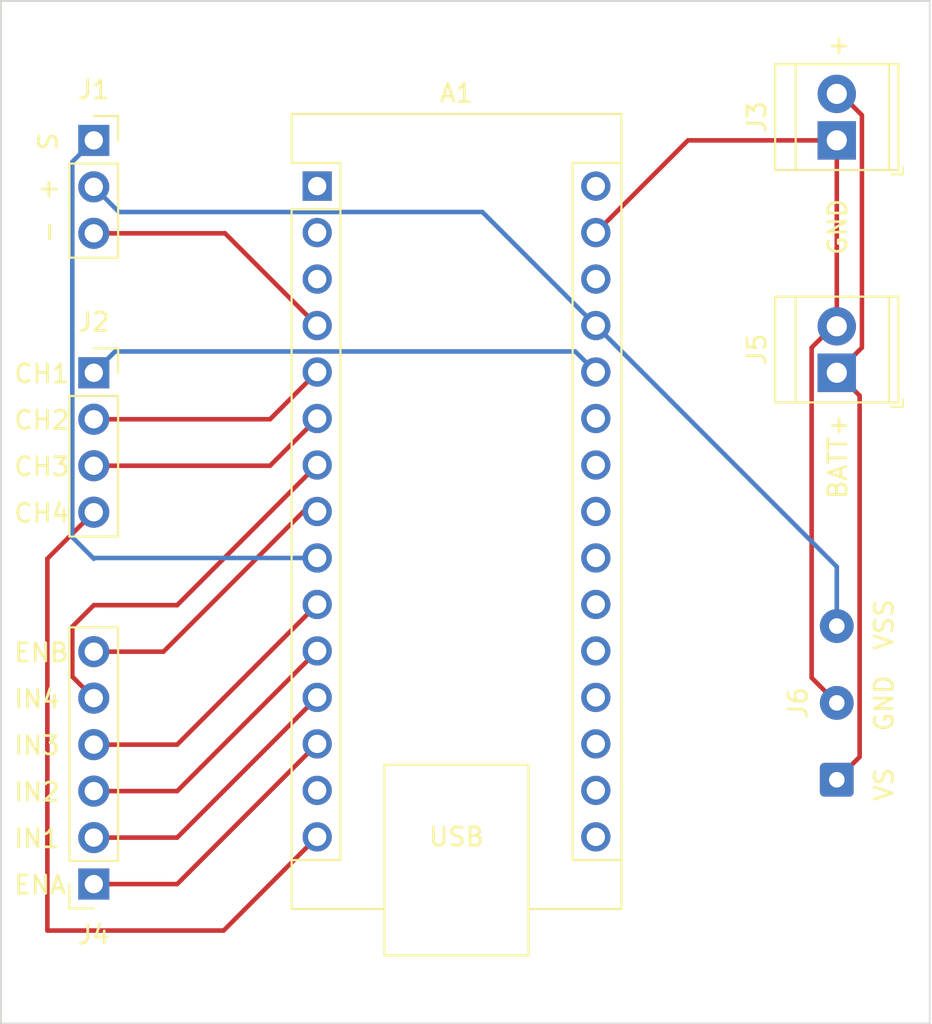
<source format=kicad_pcb>
(kicad_pcb (version 20221018) (generator pcbnew)
  (layers (0 "F.Cu" signal) (31 "B.Cu" signal) (34 "B.Paste" user) (35 "F.Paste" user) (36 "B.SilkS" user "B.Silkscreen") (37 "F.SilkS" user "F.Silkscreen") (38 "B.Mask" user) (39 "F.Mask" user) (44 "Edge.Cuts" user))
  (net 0 "")
  (net 4 "GND")
  (net 5 "Net-(A1-D2)")
  (net 6 "Net-(A1-D3)")
  (net 7 "Net-(A1-D4)")
  (net 8 "Net-(A1-D5)")
  (net 9 "/D6")
  (net 10 "Net-(A1-D7)")
  (net 11 "Net-(A1-D8)")
  (net 12 "Net-(A1-D9)")
  (net 13 "Net-(A1-D10)")
  (net 15 "Net-(A1-MISO)")
  (net 26 "Net-(A1-A7)")
  (net 27 "/5V")
  (net 30 "/BATT+")
  (footprint "Connector_PinSocket_2.54mm:PinSocket_1x03_P2.54mm_Vertical" (layer "F.Cu") (at 114.3 76.2)
    (fp_text reference "J1" (at 0 -2.77) (layer "F.SilkS"))
    (fp_text value "ESC PWM")
    (fp_line (start -1.33 1.27) (end -1.33 6.41) (stroke (width 0.12)) (layer "F.SilkS"))
    (fp_line (start -1.33 1.27) (end 1.33 1.27) (stroke (width 0.12)) (layer "F.SilkS"))
    (fp_line (start -1.33 6.41) (end 1.33 6.41) (stroke (width 0.12)) (layer "F.SilkS"))
    (fp_line (start 0 -1.33) (end 1.33 -1.33) (stroke (width 0.12)) (layer "F.SilkS"))
    (fp_line (start 1.33 -1.33) (end 1.33 0) (stroke (width 0.12)) (layer "F.SilkS"))
    (fp_line (start 1.33 1.27) (end 1.33 6.41) (stroke (width 0.12)) (layer "F.SilkS"))
    (pad "1" thru_hole rect (at 0 0) (size 1.7 1.7) (drill 1) (layers "*.Cu" "*.Mask") (net 9 "/D6"))
    (pad "2" thru_hole oval (at 0 2.54) (size 1.7 1.7) (drill 1) (layers "*.Cu" "*.Mask") (net 27 "/5V"))
    (pad "3" thru_hole oval (at 0 5.08) (size 1.7 1.7) (drill 1) (layers "*.Cu" "*.Mask") (net 4 "GND"))
  )
  (footprint "TerminalBlock_TE-Connectivity:TerminalBlock_TE_282834-2_1x02_P2.54mm_Horizontal" (layer "F.Cu") (at 154.94 76.2 90)
    (fp_text reference "J3" (at 1.27 -4.37 90) (layer "F.SilkS"))
    (fp_text value "ESC INPUT")
    (fp_line (start -1.86 2.97) (end -1.86 3.61) (stroke (width 0.12)) (layer "F.SilkS"))
    (fp_line (start -1.86 3.61) (end -1.46 3.61) (stroke (width 0.12)) (layer "F.SilkS"))
    (fp_line (start -1.62 -3.37) (end -1.62 3.37) (stroke (width 0.12)) (layer "F.SilkS"))
    (fp_line (start -1.62 -3.37) (end 4.16 -3.37) (stroke (width 0.12)) (layer "F.SilkS"))
    (fp_line (start -1.62 -2.25) (end 4.16 -2.25) (stroke (width 0.12)) (layer "F.SilkS"))
    (fp_line (start -1.62 2.85) (end 4.16 2.85) (stroke (width 0.12)) (layer "F.SilkS"))
    (fp_line (start -1.62 3.37) (end 4.16 3.37) (stroke (width 0.12)) (layer "F.SilkS"))
    (fp_line (start 4.16 -3.37) (end 4.16 3.37) (stroke (width 0.12)) (layer "F.SilkS"))
    (pad "1" thru_hole rect (at 0 0 90) (size 2.1 2.1) (drill 1.1) (layers "*.Cu" "*.Mask") (net 4 "GND"))
    (pad "2" thru_hole circle (at 2.54 0 90) (size 2.1 2.1) (drill 1.1) (layers "*.Cu" "*.Mask") (net 30 "/BATT+"))
  )
  (footprint "TerminalBlock_TE-Connectivity:TerminalBlock_TE_282834-2_1x02_P2.54mm_Horizontal" (layer "F.Cu") (at 154.94 88.9 90)
    (fp_text reference "J5" (at 1.27 -4.37 90) (layer "F.SilkS"))
    (fp_text value "LIPO Connection")
    (fp_line (start -1.86 2.97) (end -1.86 3.61) (stroke (width 0.12)) (layer "F.SilkS"))
    (fp_line (start -1.86 3.61) (end -1.46 3.61) (stroke (width 0.12)) (layer "F.SilkS"))
    (fp_line (start -1.62 -3.37) (end -1.62 3.37) (stroke (width 0.12)) (layer "F.SilkS"))
    (fp_line (start -1.62 -3.37) (end 4.16 -3.37) (stroke (width 0.12)) (layer "F.SilkS"))
    (fp_line (start -1.62 -2.25) (end 4.16 -2.25) (stroke (width 0.12)) (layer "F.SilkS"))
    (fp_line (start -1.62 2.85) (end 4.16 2.85) (stroke (width 0.12)) (layer "F.SilkS"))
    (fp_line (start -1.62 3.37) (end 4.16 3.37) (stroke (width 0.12)) (layer "F.SilkS"))
    (fp_line (start 4.16 -3.37) (end 4.16 3.37) (stroke (width 0.12)) (layer "F.SilkS"))
    (pad "1" thru_hole rect (at 0 0 90) (size 2.1 2.1) (drill 1.1) (layers "*.Cu" "*.Mask") (net 30 "/BATT+"))
    (pad "2" thru_hole circle (at 2.54 0 90) (size 2.1 2.1) (drill 1.1) (layers "*.Cu" "*.Mask") (net 4 "GND"))
  )
  (footprint "Connector_PinSocket_2.54mm:PinSocket_1x04_P2.54mm_Vertical" (layer "F.Cu") (at 114.3 88.9)
    (fp_text reference "J2" (at 0 -2.77) (layer "F.SilkS"))
    (fp_text value "RECEIVER")
    (fp_line (start -1.33 1.27) (end -1.33 8.95) (stroke (width 0.12)) (layer "F.SilkS"))
    (fp_line (start -1.33 1.27) (end 1.33 1.27) (stroke (width 0.12)) (layer "F.SilkS"))
    (fp_line (start -1.33 8.95) (end 1.33 8.95) (stroke (width 0.12)) (layer "F.SilkS"))
    (fp_line (start 0 -1.33) (end 1.33 -1.33) (stroke (width 0.12)) (layer "F.SilkS"))
    (fp_line (start 1.33 -1.33) (end 1.33 0) (stroke (width 0.12)) (layer "F.SilkS"))
    (fp_line (start 1.33 1.27) (end 1.33 8.95) (stroke (width 0.12)) (layer "F.SilkS"))
    (pad "1" thru_hole rect (at 0 0) (size 1.7 1.7) (drill 1) (layers "*.Cu" "*.Mask") (net 26 "Net-(A1-A7)"))
    (pad "2" thru_hole oval (at 0 2.54) (size 1.7 1.7) (drill 1) (layers "*.Cu" "*.Mask") (net 5 "Net-(A1-D2)"))
    (pad "3" thru_hole oval (at 0 5.08) (size 1.7 1.7) (drill 1) (layers "*.Cu" "*.Mask") (net 6 "Net-(A1-D3)"))
    (pad "4" thru_hole oval (at 0 7.62) (size 1.7 1.7) (drill 1) (layers "*.Cu" "*.Mask") (net 15 "Net-(A1-MISO)"))
  )
  (footprint "Module:Arduino_Nano" (layer "F.Cu") (at 126.52 78.7)
    (fp_text reference "A1" (at 7.62 -5.08) (layer "F.SilkS"))
    (fp_text value "Arduino_Nano_Every")
    (fp_text user "USB" (at 7.62 35.56 unlocked) (layer "F.SilkS"))
    (fp_line (start -1.4 -3.94) (end -1.4 -1.27) (stroke (width 0.12)) (layer "F.SilkS"))
    (fp_line (start -1.4 1.27) (end -1.4 39.5) (stroke (width 0.12)) (layer "F.SilkS"))
    (fp_line (start -1.4 39.5) (end 3.68 39.5) (stroke (width 0.12)) (layer "F.SilkS"))
    (fp_line (start 1.27 -1.27) (end -1.4 -1.27) (stroke (width 0.12)) (layer "F.SilkS"))
    (fp_line (start 1.27 1.27) (end -1.4 1.27) (stroke (width 0.12)) (layer "F.SilkS"))
    (fp_line (start 1.27 1.27) (end 1.27 -1.27) (stroke (width 0.12)) (layer "F.SilkS"))
    (fp_line (start 1.27 1.27) (end 1.27 36.83) (stroke (width 0.12)) (layer "F.SilkS"))
    (fp_line (start 1.27 36.83) (end -1.4 36.83) (stroke (width 0.12)) (layer "F.SilkS"))
    (fp_line (start 3.68 31.62) (end 11.56 31.62) (stroke (width 0.12)) (layer "F.SilkS"))
    (fp_line (start 3.68 42.04) (end 3.68 31.62) (stroke (width 0.12)) (layer "F.SilkS"))
    (fp_line (start 11.56 31.62) (end 11.56 42.04) (stroke (width 0.12)) (layer "F.SilkS"))
    (fp_line (start 11.56 42.04) (end 3.68 42.04) (stroke (width 0.12)) (layer "F.SilkS"))
    (fp_line (start 13.97 -1.27) (end 13.97 36.83) (stroke (width 0.12)) (layer "F.SilkS"))
    (fp_line (start 13.97 -1.27) (end 16.64 -1.27) (stroke (width 0.12)) (layer "F.SilkS"))
    (fp_line (start 13.97 36.83) (end 16.64 36.83) (stroke (width 0.12)) (layer "F.SilkS"))
    (fp_line (start 16.64 -3.94) (end -1.4 -3.94) (stroke (width 0.12)) (layer "F.SilkS"))
    (fp_line (start 16.64 39.5) (end 11.56 39.5) (stroke (width 0.12)) (layer "F.SilkS"))
    (fp_line (start 16.64 39.5) (end 16.64 -3.94) (stroke (width 0.12)) (layer "F.SilkS"))
    (pad "1" thru_hole rect (at 0 0) (size 1.6 1.6) (drill 1) (layers "*.Cu" "*.Mask"))
    (pad "2" thru_hole oval (at 0 2.54) (size 1.6 1.6) (drill 1) (layers "*.Cu" "*.Mask"))
    (pad "3" thru_hole oval (at 0 5.08) (size 1.6 1.6) (drill 1) (layers "*.Cu" "*.Mask"))
    (pad "4" thru_hole oval (at 0 7.62) (size 1.6 1.6) (drill 1) (layers "*.Cu" "*.Mask") (net 4 "GND"))
    (pad "5" thru_hole oval (at 0 10.16) (size 1.6 1.6) (drill 1) (layers "*.Cu" "*.Mask") (net 5 "Net-(A1-D2)"))
    (pad "6" thru_hole oval (at 0 12.7) (size 1.6 1.6) (drill 1) (layers "*.Cu" "*.Mask") (net 6 "Net-(A1-D3)"))
    (pad "7" thru_hole oval (at 0 15.24) (size 1.6 1.6) (drill 1) (layers "*.Cu" "*.Mask") (net 7 "Net-(A1-D4)"))
    (pad "8" thru_hole oval (at 0 17.78) (size 1.6 1.6) (drill 1) (layers "*.Cu" "*.Mask") (net 8 "Net-(A1-D5)"))
    (pad "9" thru_hole oval (at 0 20.32) (size 1.6 1.6) (drill 1) (layers "*.Cu" "*.Mask") (net 9 "/D6"))
    (pad "10" thru_hole oval (at 0 22.86) (size 1.6 1.6) (drill 1) (layers "*.Cu" "*.Mask") (net 10 "Net-(A1-D7)"))
    (pad "11" thru_hole oval (at 0 25.4) (size 1.6 1.6) (drill 1) (layers "*.Cu" "*.Mask") (net 11 "Net-(A1-D8)"))
    (pad "12" thru_hole oval (at 0 27.94) (size 1.6 1.6) (drill 1) (layers "*.Cu" "*.Mask") (net 12 "Net-(A1-D9)"))
    (pad "13" thru_hole oval (at 0 30.48) (size 1.6 1.6) (drill 1) (layers "*.Cu" "*.Mask") (net 13 "Net-(A1-D10)"))
    (pad "14" thru_hole oval (at 0 33.02) (size 1.6 1.6) (drill 1) (layers "*.Cu" "*.Mask"))
    (pad "15" thru_hole oval (at 0 35.56) (size 1.6 1.6) (drill 1) (layers "*.Cu" "*.Mask") (net 15 "Net-(A1-MISO)"))
    (pad "16" thru_hole oval (at 15.24 35.56) (size 1.6 1.6) (drill 1) (layers "*.Cu" "*.Mask"))
    (pad "17" thru_hole oval (at 15.24 33.02) (size 1.6 1.6) (drill 1) (layers "*.Cu" "*.Mask"))
    (pad "18" thru_hole oval (at 15.24 30.48) (size 1.6 1.6) (drill 1) (layers "*.Cu" "*.Mask"))
    (pad "19" thru_hole oval (at 15.24 27.94) (size 1.6 1.6) (drill 1) (layers "*.Cu" "*.Mask"))
    (pad "20" thru_hole oval (at 15.24 25.4) (size 1.6 1.6) (drill 1) (layers "*.Cu" "*.Mask"))
    (pad "21" thru_hole oval (at 15.24 22.86) (size 1.6 1.6) (drill 1) (layers "*.Cu" "*.Mask"))
    (pad "22" thru_hole oval (at 15.24 20.32) (size 1.6 1.6) (drill 1) (layers "*.Cu" "*.Mask"))
    (pad "23" thru_hole oval (at 15.24 17.78) (size 1.6 1.6) (drill 1) (layers "*.Cu" "*.Mask"))
    (pad "24" thru_hole oval (at 15.24 15.24) (size 1.6 1.6) (drill 1) (layers "*.Cu" "*.Mask"))
    (pad "25" thru_hole oval (at 15.24 12.7) (size 1.6 1.6) (drill 1) (layers "*.Cu" "*.Mask"))
    (pad "26" thru_hole oval (at 15.24 10.16) (size 1.6 1.6) (drill 1) (layers "*.Cu" "*.Mask") (net 26 "Net-(A1-A7)"))
    (pad "27" thru_hole oval (at 15.24 7.62) (size 1.6 1.6) (drill 1) (layers "*.Cu" "*.Mask") (net 27 "/5V"))
    (pad "28" thru_hole oval (at 15.24 5.08) (size 1.6 1.6) (drill 1) (layers "*.Cu" "*.Mask"))
    (pad "29" thru_hole oval (at 15.24 2.54) (size 1.6 1.6) (drill 1) (layers "*.Cu" "*.Mask") (net 4 "GND"))
    (pad "30" thru_hole oval (at 15.24 0) (size 1.6 1.6) (drill 1) (layers "*.Cu" "*.Mask"))
  )
  (footprint "Connector_Wire:SolderWire-0.25sqmm_1x03_P4.2mm_D0.65mm_OD1.7mm" (layer "F.Cu") (at 154.94 111.14 90)
    (fp_text reference "J6" (at 4.2 -2.12 90) (layer "F.SilkS"))
    (fp_text value "L298N Power")
    (pad "1" thru_hole roundrect (at 0 0 90) (size 1.85 1.85) (drill 0.85) (layers "*.Cu" "*.Mask") (roundrect_rratio 0.1351351351) (net 30 "/BATT+"))
    (pad "2" thru_hole circle (at 4.2 0 90) (size 1.85 1.85) (drill 0.85) (layers "*.Cu" "*.Mask") (net 4 "GND"))
    (pad "3" thru_hole circle (at 8.4 0 90) (size 1.85 1.85) (drill 0.85) (layers "*.Cu" "*.Mask") (net 27 "/5V"))
  )
  (footprint "Connector_PinSocket_2.54mm:PinSocket_1x06_P2.54mm_Vertical" (layer "F.Cu") (at 114.3 116.84 180)
    (fp_text reference "J4" (at 0 -2.77 180) (layer "F.SilkS"))
    (fp_text value "L298N")
    (fp_line (start -1.33 1.27) (end -1.33 14.03) (stroke (width 0.12)) (layer "F.SilkS"))
    (fp_line (start -1.33 1.27) (end 1.33 1.27) (stroke (width 0.12)) (layer "F.SilkS"))
    (fp_line (start -1.33 14.03) (end 1.33 14.03) (stroke (width 0.12)) (layer "F.SilkS"))
    (fp_line (start 0 -1.33) (end 1.33 -1.33) (stroke (width 0.12)) (layer "F.SilkS"))
    (fp_line (start 1.33 -1.33) (end 1.33 0) (stroke (width 0.12)) (layer "F.SilkS"))
    (fp_line (start 1.33 1.27) (end 1.33 14.03) (stroke (width 0.12)) (layer "F.SilkS"))
    (pad "1" thru_hole rect (at 0 0 180) (size 1.7 1.7) (drill 1) (layers "*.Cu" "*.Mask") (net 13 "Net-(A1-D10)"))
    (pad "2" thru_hole oval (at 0 2.54 180) (size 1.7 1.7) (drill 1) (layers "*.Cu" "*.Mask") (net 12 "Net-(A1-D9)"))
    (pad "3" thru_hole oval (at 0 5.08 180) (size 1.7 1.7) (drill 1) (layers "*.Cu" "*.Mask") (net 11 "Net-(A1-D8)"))
    (pad "4" thru_hole oval (at 0 7.62 180) (size 1.7 1.7) (drill 1) (layers "*.Cu" "*.Mask") (net 10 "Net-(A1-D7)"))
    (pad "5" thru_hole oval (at 0 10.16 180) (size 1.7 1.7) (drill 1) (layers "*.Cu" "*.Mask") (net 7 "Net-(A1-D4)"))
    (pad "6" thru_hole oval (at 0 12.7 180) (size 1.7 1.7) (drill 1) (layers "*.Cu" "*.Mask") (net 8 "Net-(A1-D5)"))
  )
  (gr_rect (start 109.22 68.58) (end 160.02 124.46) (stroke (width 0.1)) (fill none) (layer "Edge.Cuts"))
  (gr_text "ENB" (at 109.855 104.775) (layer "F.SilkS") (effects (font (size 1 1)) (justify left bottom)))
  (gr_text "CH3" (at 109.855 94.615) (layer "F.SilkS") (effects (font (size 1 1)) (justify left bottom)))
  (gr_text "S" (at 112.395 76.835 90) (layer "F.SilkS") (effects (font (size 1 1)) (justify left bottom)))
  (gr_text "IN1" (at 109.855 114.935) (layer "F.SilkS") (effects (font (size 1 1)) (justify left bottom)))
  (gr_text "VSS" (at 158.115 104.14 90) (layer "F.SilkS") (effects (font (size 1 1)) (justify left bottom)))
  (gr_text "BATT+" (at 155.575 95.885 90) (layer "F.SilkS") (effects (font (size 1 1)) (justify left bottom)))
  (gr_text "CH4" (at 109.855 97.155) (layer "F.SilkS") (effects (font (size 1 1)) (justify left bottom)))
  (gr_text "+" (at 155.575 71.755 90) (layer "F.SilkS") (effects (font (size 1 1)) (justify left bottom)))
  (gr_text "ENA" (at 109.855 117.475) (layer "F.SilkS") (effects (font (size 1 1)) (justify left bottom)))
  (gr_text "GND" (at 158.115 108.585 90) (layer "F.SilkS") (effects (font (size 1 1)) (justify left bottom)))
  (gr_text "IN2" (at 109.855 112.395) (layer "F.SilkS") (effects (font (size 1 1)) (justify left bottom)))
  (gr_text "CH1" (at 109.855 89.535) (layer "F.SilkS") (effects (font (size 1 1)) (justify left bottom)))
  (gr_text "-" (at 112.395 81.915 90) (layer "F.SilkS") (effects (font (size 1 1)) (justify left bottom)))
  (gr_text "CH2" (at 109.855 92.075) (layer "F.SilkS") (effects (font (size 1 1)) (justify left bottom)))
  (gr_text "IN4" (at 109.855 107.315) (layer "F.SilkS") (effects (font (size 1 1)) (justify left bottom)))
  (gr_text "GND" (at 155.575 82.55 90) (layer "F.SilkS") (effects (font (size 1 1)) (justify left bottom)))
  (gr_text "+" (at 111.125 79.375) (layer "F.SilkS") (effects (font (size 1 1)) (justify left bottom)))
  (gr_text "IN3" (at 109.855 109.855) (layer "F.SilkS") (effects (font (size 1 1)) (justify left bottom)))
  (gr_text "VS" (at 158.115 112.395 90) (layer "F.SilkS") (effects (font (size 1 1)) (justify left bottom)))
  (segment (start 153.565 87.525) (end 154.73 86.36) (width 0.25) (layer "F.Cu") (net 4))
  (segment (start 114.3 81.28) (end 121.48 81.28) (width 0.25) (layer "F.Cu") (net 4))
  (segment (start 154.73 86.36) (end 154.94 86.36) (width 0.25) (layer "F.Cu") (net 4))
  (segment (start 121.48 81.28) (end 126.52 86.32) (width 0.25) (layer "F.Cu") (net 4))
  (segment (start 154.94 76.2) (end 146.8 76.2) (width 0.25) (layer "F.Cu") (net 4))
  (segment (start 154.94 106.94) (end 153.565 105.565) (width 0.25) (layer "F.Cu") (net 4))
  (segment (start 154.94 86.36) (end 154.94 76.2) (width 0.25) (layer "F.Cu") (net 4))
  (segment (start 146.8 76.2) (end 141.76 81.24) (width 0.25) (layer "F.Cu") (net 4))
  (segment (start 153.565 105.565) (end 153.565 87.525) (width 0.25) (layer "F.Cu") (net 4))
  (segment (start 123.94 91.44) (end 126.52 88.86) (width 0.25) (layer "F.Cu") (net 5))
  (segment (start 114.3 91.44) (end 123.94 91.44) (width 0.25) (layer "F.Cu") (net 5))
  (segment (start 114.3 93.98) (end 123.94 93.98) (width 0.25) (layer "F.Cu") (net 6))
  (segment (start 123.94 93.98) (end 126.52 91.4) (width 0.25) (layer "F.Cu") (net 6))
  (segment (start 114.3 106.68) (end 113.125 105.505) (width 0.25) (layer "F.Cu") (net 7))
  (segment (start 113.125 105.505) (end 113.125 102.775) (width 0.25) (layer "F.Cu") (net 7))
  (segment (start 113.125 102.775) (end 114.3 101.6) (width 0.25) (layer "F.Cu") (net 7))
  (segment (start 118.86 101.6) (end 126.52 93.94) (width 0.25) (layer "F.Cu") (net 7))
  (segment (start 114.3 101.6) (end 118.86 101.6) (width 0.25) (layer "F.Cu") (net 7))
  (segment (start 125.77 96.48) (end 126.52 96.48) (width 0.25) (layer "F.Cu") (net 8))
  (segment (start 114.3 104.14) (end 118.11 104.14) (width 0.25) (layer "F.Cu") (net 8))
  (segment (start 118.11 104.14) (end 125.77 96.48) (width 0.25) (layer "F.Cu") (net 8))
  (segment (start 114.3 76.2) (end 113.125 77.375) (width 0.25) (layer "B.Cu") (net 9))
  (segment (start 114.34 99.02) (end 126.52 99.02) (width 0.25) (layer "B.Cu") (net 9))
  (segment (start 114.3 99.06) (end 114.34 99.02) (width 0.25) (layer "B.Cu") (net 9))
  (segment (start 113.125 97.885) (end 114.3 99.06) (width 0.25) (layer "B.Cu") (net 9))
  (segment (start 113.125 77.375) (end 113.125 97.885) (width 0.25) (layer "B.Cu") (net 9))
  (segment (start 114.3 109.22) (end 118.86 109.22) (width 0.25) (layer "F.Cu") (net 10))
  (segment (start 118.86 109.22) (end 126.52 101.56) (width 0.25) (layer "F.Cu") (net 10))
  (segment (start 114.3 111.76) (end 118.86 111.76) (width 0.25) (layer "F.Cu") (net 11))
  (segment (start 118.86 111.76) (end 126.52 104.1) (width 0.25) (layer "F.Cu") (net 11))
  (segment (start 114.3 114.3) (end 118.86 114.3) (width 0.25) (layer "F.Cu") (net 12))
  (segment (start 118.86 114.3) (end 126.52 106.64) (width 0.25) (layer "F.Cu") (net 12))
  (segment (start 118.86 116.84) (end 126.52 109.18) (width 0.25) (layer "F.Cu") (net 13))
  (segment (start 114.3 116.84) (end 118.86 116.84) (width 0.25) (layer "F.Cu") (net 13))
  (segment (start 114.3 96.52) (end 111.76 99.06) (width 0.25) (layer "F.Cu") (net 15))
  (segment (start 121.4 119.38) (end 126.52 114.26) (width 0.25) (layer "F.Cu") (net 15))
  (segment (start 111.76 119.38) (end 121.4 119.38) (width 0.25) (layer "F.Cu") (net 15))
  (segment (start 111.76 99.06) (end 111.76 119.38) (width 0.25) (layer "F.Cu") (net 15))
  (segment (start 115.465 87.735) (end 140.635 87.735) (width 0.25) (layer "B.Cu") (net 26))
  (segment (start 114.3 88.9) (end 115.465 87.735) (width 0.25) (layer "B.Cu") (net 26))
  (segment (start 140.635 87.735) (end 141.76 88.86) (width 0.25) (layer "B.Cu") (net 26))
  (segment (start 154.94 102.74) (end 154.94 99.5) (width 0.25) (layer "B.Cu") (net 27))
  (segment (start 115.675 80.115) (end 135.555 80.115) (width 0.25) (layer "B.Cu") (net 27))
  (segment (start 154.94 99.5) (end 141.76 86.32) (width 0.25) (layer "B.Cu") (net 27))
  (segment (start 114.3 78.74) (end 115.675 80.115) (width 0.25) (layer "B.Cu") (net 27))
  (segment (start 135.555 80.115) (end 141.76 86.32) (width 0.25) (layer "B.Cu") (net 27))
  (segment (start 155.15 73.66) (end 154.94 73.66) (width 0.25) (layer "F.Cu") (net 30))
  (segment (start 156.19 109.89) (end 154.94 111.14) (width 0.25) (layer "F.Cu") (net 30))
  (segment (start 156.315 87.525) (end 156.315 74.825) (width 0.25) (layer "F.Cu") (net 30))
  (segment (start 156.19 90.15) (end 156.19 109.89) (width 0.25) (layer "F.Cu") (net 30))
  (segment (start 156.315 74.825) (end 155.15 73.66) (width 0.25) (layer "F.Cu") (net 30))
  (segment (start 154.94 88.9) (end 156.19 90.15) (width 0.25) (layer "F.Cu") (net 30))
  (segment (start 154.94 88.9) (end 156.315 87.525) (width 0.25) (layer "F.Cu") (net 30))
)
</source>
